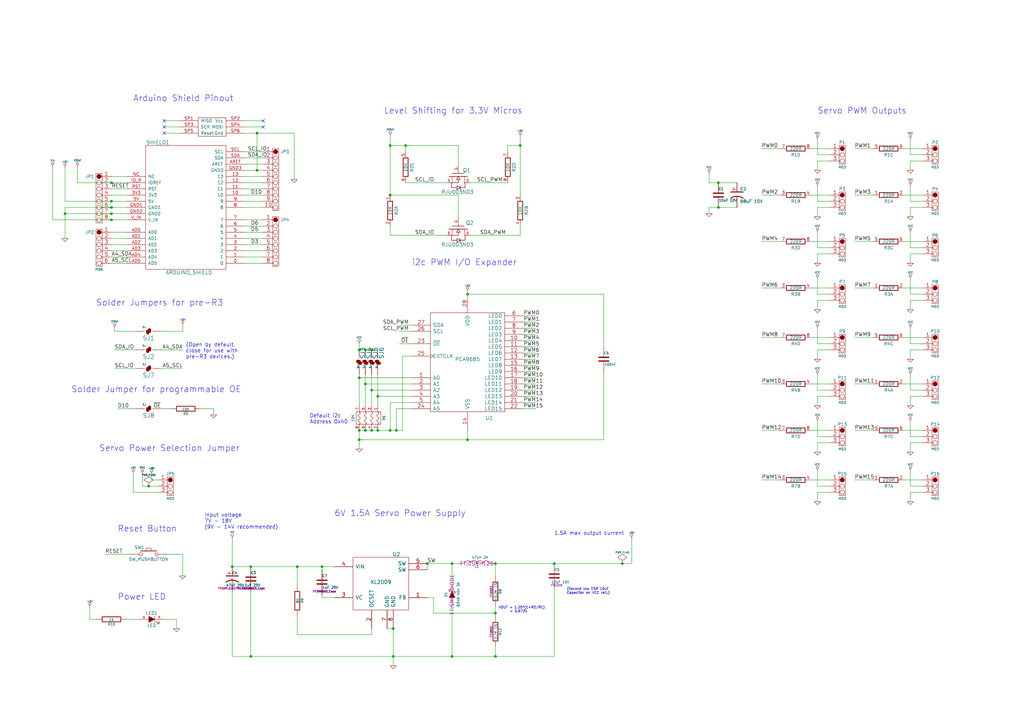
<source format=kicad_sch>
(kicad_sch (version 20230121) (generator eeschema)
  (paper "A3")
  (title_block (title "ServoShield") (date "Tue 25 Nov 2014") (rev "V1.1") (comment 1 "Licensed under TAPR Open Hardware License") (comment 2 "Copyright (C) 2014 Freetronics Pty Ltd"))
  (junction (at 149.86 157.48))
  (junction (at 152.4 176.53))
  (junction (at 102.87 269.24))
  (junction (at 45.72 85.09))
  (junction (at 45.72 82.55))
  (junction (at 149.86 143.51))
  (junction (at 152.4 143.51))
  (junction (at 45.72 74.93))
  (junction (at 45.72 90.17))
  (junction (at 161.29 269.24))
  (junction (at 152.4 160.02))
  (junction (at 60.96 199.39))
  (junction (at 294.64 85.09))
  (junction (at 175.26 231.14))
  (junction (at 147.32 176.53))
  (junction (at 294.64 74.93))
  (junction (at 160.02 80.01))
  (junction (at 132.08 232.41))
  (junction (at 149.86 176.53))
  (junction (at 203.2 251.46))
  (junction (at 213.36 59.69))
  (junction (at 185.42 231.14))
  (junction (at 45.72 87.63))
  (junction (at 147.32 180.34))
  (junction (at 95.25 232.41))
  (junction (at 26.67 87.63))
  (junction (at 102.87 232.41))
  (junction (at 121.92 232.41))
  (junction (at 147.32 154.94))
  (junction (at 162.56 176.53))
  (junction (at 203.2 231.14))
  (junction (at 161.29 257.81))
  (junction (at 160.02 176.53))
  (junction (at 147.32 143.51))
  (junction (at 191.77 120.65))
  (junction (at 191.77 180.34))
  (junction (at 166.37 59.69))
  (junction (at 227.33 231.14))
  (junction (at 255.27 231.14))
  (junction (at 154.94 162.56))
  (junction (at 154.94 176.53))
  (junction (at 105.41 69.85))
  (junction (at 105.41 54.61))
  (junction (at 185.42 269.24))
  (junction (at 203.2 269.24))
  (junction (at 160.02 59.69))
  (no_connect (at 67.31 52.07))
  (no_connect (at 67.31 49.53))
  (no_connect (at 107.95 49.53))
  (no_connect (at 67.31 54.61))
  (no_connect (at 107.95 52.07))
  (wire (pts (xy 335.28 57.15) (xy 335.28 63.5)))
  (wire (pts (xy 373.38 95.25) (xy 373.38 101.6)))
  (wire (pts (xy 100.33 54.61) (xy 105.41 54.61)))
  (wire (pts (xy 193.04 74.93) (xy 208.28 74.93)))
  (wire (pts (xy 26.67 87.63) (xy 45.72 87.63)))
  (wire (pts (xy 105.41 54.61) (xy 120.65 54.61)))
  (wire (pts (xy 55.88 135.89) (xy 46.99 135.89)))
  (wire (pts (xy 193.04 96.52) (xy 213.36 96.52)))
  (wire (pts (xy 335.28 181.61) (xy 335.28 185.42)))
  (wire (pts (xy 132.08 245.11) (xy 137.16 245.11)))
  (wire (pts (xy 191.77 120.65) (xy 191.77 119.38)))
  (wire (pts (xy 332.74 80.01) (xy 340.36 80.01)))
  (wire (pts (xy 373.38 143.51) (xy 373.38 147.32)))
  (wire (pts (xy 26.67 85.09) (xy 45.72 85.09)))
  (wire (pts (xy 52.07 97.79) (xy 45.72 97.79)))
  (wire (pts (xy 373.38 162.56) (xy 373.38 166.37)))
  (wire (pts (xy 335.28 201.93) (xy 335.28 205.74)))
  (wire (pts (xy 147.32 154.94) (xy 147.32 166.37)))
  (wire (pts (xy 95.25 232.41) (xy 95.25 220.98)))
  (wire (pts (xy 100.33 67.31) (xy 107.95 67.31)))
  (wire (pts (xy 52.07 77.47) (xy 45.72 77.47)))
  (wire (pts (xy 168.91 154.94) (xy 147.32 154.94)))
  (wire (pts (xy 152.4 143.51) (xy 154.94 143.51)))
  (wire (pts (xy 168.91 160.02) (xy 152.4 160.02)))
  (wire (pts (xy 161.29 269.24) (xy 161.29 273.05)))
  (wire (pts (xy 378.46 181.61) (xy 373.38 181.61)))
  (wire (pts (xy 87.63 170.18) (xy 87.63 167.64)))
  (wire (pts (xy 60.96 199.39) (xy 64.77 199.39)))
  (wire (pts (xy 320.04 157.48) (xy 312.42 157.48)))
  (wire (pts (xy 26.67 82.55) (xy 26.67 68.58)))
  (wire (pts (xy 373.38 134.62) (xy 373.38 140.97)))
  (wire (pts (xy 294.64 85.09) (xy 302.26 85.09)))
  (wire (pts (xy 370.84 99.06) (xy 378.46 99.06)))
  (wire (pts (xy 100.33 77.47) (xy 107.95 77.47)))
  (wire (pts (xy 373.38 172.72) (xy 373.38 179.07)))
  (wire (pts (xy 46.99 135.89) (xy 46.99 134.62)))
  (wire (pts (xy 320.04 99.06) (xy 312.42 99.06)))
  (wire (pts (xy 219.71 144.78) (xy 214.63 144.78)))
  (wire (pts (xy 378.46 123.19) (xy 373.38 123.19)))
  (wire (pts (xy 165.1 146.05) (xy 168.91 146.05)))
  (wire (pts (xy 219.71 147.32) (xy 214.63 147.32)))
  (wire (pts (xy 214.63 167.64) (xy 219.71 167.64)))
  (wire (pts (xy 55.88 167.64) (xy 48.26 167.64)))
  (wire (pts (xy 66.04 151.13) (xy 74.93 151.13)))
  (wire (pts (xy 152.4 160.02) (xy 152.4 166.37)))
  (wire (pts (xy 175.26 231.14) (xy 175.26 233.68)))
  (wire (pts (xy 121.92 252.73) (xy 121.92 260.35)))
  (wire (pts (xy 100.33 62.23) (xy 107.95 62.23)))
  (wire (pts (xy 95.25 232.41) (xy 102.87 232.41)))
  (wire (pts (xy 187.96 59.69) (xy 187.96 67.31)))
  (wire (pts (xy 358.14 138.43) (xy 350.52 138.43)))
  (wire (pts (xy 358.14 157.48) (xy 350.52 157.48)))
  (wire (pts (xy 335.28 101.6) (xy 340.36 101.6)))
  (wire (pts (xy 54.61 201.93) (xy 64.77 201.93)))
  (wire (pts (xy 203.2 248.92) (xy 203.2 251.46)))
  (wire (pts (xy 26.67 82.55) (xy 45.72 82.55)))
  (wire (pts (xy 373.38 76.2) (xy 373.38 82.55)))
  (wire (pts (xy 214.63 154.94) (xy 219.71 154.94)))
  (wire (pts (xy 214.63 157.48) (xy 219.71 157.48)))
  (wire (pts (xy 320.04 118.11) (xy 312.42 118.11)))
  (wire (pts (xy 100.33 85.09) (xy 107.95 85.09)))
  (wire (pts (xy 219.71 137.16) (xy 214.63 137.16)))
  (wire (pts (xy 203.2 231.14) (xy 227.33 231.14)))
  (wire (pts (xy 320.04 196.85) (xy 312.42 196.85)))
  (wire (pts (xy 370.84 157.48) (xy 378.46 157.48)))
  (wire (pts (xy 100.33 90.17) (xy 107.95 90.17)))
  (wire (pts (xy 175.26 245.11) (xy 177.8 245.11)))
  (wire (pts (xy 21.59 68.58) (xy 21.59 90.17)))
  (wire (pts (xy 58.42 199.39) (xy 58.42 194.31)))
  (wire (pts (xy 154.94 153.67) (xy 154.94 162.56)))
  (wire (pts (xy 335.28 162.56) (xy 335.28 166.37)))
  (wire (pts (xy 335.28 95.25) (xy 335.28 101.6)))
  (wire (pts (xy 149.86 153.67) (xy 149.86 157.48)))
  (wire (pts (xy 152.4 153.67) (xy 152.4 160.02)))
  (wire (pts (xy 290.83 74.93) (xy 290.83 71.12)))
  (wire (pts (xy 340.36 201.93) (xy 335.28 201.93)))
  (wire (pts (xy 162.56 167.64) (xy 162.56 176.53)))
  (wire (pts (xy 332.74 138.43) (xy 340.36 138.43)))
  (wire (pts (xy 54.61 201.93) (xy 54.61 194.31)))
  (wire (pts (xy 378.46 201.93) (xy 373.38 201.93)))
  (wire (pts (xy 55.88 151.13) (xy 46.99 151.13)))
  (wire (pts (xy 95.25 269.24) (xy 102.87 269.24)))
  (wire (pts (xy 219.71 129.54) (xy 214.63 129.54)))
  (wire (pts (xy 320.04 60.96) (xy 312.42 60.96)))
  (wire (pts (xy 31.75 74.93) (xy 45.72 74.93)))
  (wire (pts (xy 208.28 62.23) (xy 208.28 59.69)))
  (wire (pts (xy 105.41 69.85) (xy 107.95 69.85)))
  (wire (pts (xy 335.28 66.04) (xy 335.28 69.85)))
  (wire (pts (xy 177.8 251.46) (xy 203.2 251.46)))
  (wire (pts (xy 62.23 196.85) (xy 62.23 194.31)))
  (wire (pts (xy 259.08 231.14) (xy 259.08 220.98)))
  (wire (pts (xy 36.83 248.92) (xy 36.83 254)))
  (wire (pts (xy 219.71 134.62) (xy 214.63 134.62)))
  (wire (pts (xy 373.38 140.97) (xy 378.46 140.97)))
  (wire (pts (xy 214.63 165.1) (xy 219.71 165.1)))
  (wire (pts (xy 335.28 85.09) (xy 335.28 88.9)))
  (wire (pts (xy 168.91 162.56) (xy 154.94 162.56)))
  (wire (pts (xy 152.4 176.53) (xy 154.94 176.53)))
  (wire (pts (xy 73.66 54.61) (xy 67.31 54.61)))
  (wire (pts (xy 358.14 60.96) (xy 350.52 60.96)))
  (wire (pts (xy 45.72 90.17) (xy 52.07 90.17)))
  (wire (pts (xy 68.58 227.33) (xy 74.93 227.33)))
  (wire (pts (xy 100.33 107.95) (xy 107.95 107.95)))
  (wire (pts (xy 378.46 104.14) (xy 373.38 104.14)))
  (wire (pts (xy 66.04 135.89) (xy 74.93 135.89)))
  (wire (pts (xy 219.71 142.24) (xy 214.63 142.24)))
  (wire (pts (xy 149.86 176.53) (xy 152.4 176.53)))
  (wire (pts (xy 191.77 176.53) (xy 191.77 180.34)))
  (wire (pts (xy 102.87 232.41) (xy 121.92 232.41)))
  (wire (pts (xy 320.04 176.53) (xy 312.42 176.53)))
  (wire (pts (xy 100.33 72.39) (xy 107.95 72.39)))
  (wire (pts (xy 154.94 176.53) (xy 160.02 176.53)))
  (wire (pts (xy 158.75 257.81) (xy 161.29 257.81)))
  (wire (pts (xy 100.33 80.01) (xy 107.95 80.01)))
  (wire (pts (xy 105.41 69.85) (xy 105.41 54.61)))
  (wire (pts (xy 332.74 157.48) (xy 340.36 157.48)))
  (wire (pts (xy 332.74 176.53) (xy 340.36 176.53)))
  (wire (pts (xy 160.02 59.69) (xy 166.37 59.69)))
  (wire (pts (xy 335.28 172.72) (xy 335.28 179.07)))
  (wire (pts (xy 185.42 269.24) (xy 185.42 248.92)))
  (wire (pts (xy 45.72 87.63) (xy 52.07 87.63)))
  (wire (pts (xy 177.8 245.11) (xy 177.8 251.46)))
  (wire (pts (xy 100.33 100.33) (xy 107.95 100.33)))
  (wire (pts (xy 100.33 49.53) (xy 107.95 49.53)))
  (wire (pts (xy 168.91 165.1) (xy 160.02 165.1)))
  (wire (pts (xy 370.84 80.01) (xy 378.46 80.01)))
  (wire (pts (xy 203.2 269.24) (xy 203.2 265.43)))
  (wire (pts (xy 208.28 59.69) (xy 213.36 59.69)))
  (wire (pts (xy 373.38 179.07) (xy 378.46 179.07)))
  (wire (pts (xy 161.29 257.81) (xy 161.29 269.24)))
  (wire (pts (xy 74.93 227.33) (xy 74.93 236.22)))
  (wire (pts (xy 147.32 180.34) (xy 147.32 184.15)))
  (wire (pts (xy 203.2 231.14) (xy 203.2 236.22)))
  (wire (pts (xy 147.32 176.53) (xy 147.32 180.34)))
  (wire (pts (xy 162.56 176.53) (xy 165.1 176.53)))
  (wire (pts (xy 160.02 59.69) (xy 160.02 80.01)))
  (wire (pts (xy 45.72 82.55) (xy 52.07 82.55)))
  (wire (pts (xy 64.77 196.85) (xy 62.23 196.85)))
  (wire (pts (xy 332.74 99.06) (xy 340.36 99.06)))
  (wire (pts (xy 161.29 269.24) (xy 185.42 269.24)))
  (wire (pts (xy 203.2 269.24) (xy 227.33 269.24)))
  (wire (pts (xy 294.64 74.93) (xy 302.26 74.93)))
  (wire (pts (xy 175.26 231.14) (xy 185.42 231.14)))
  (wire (pts (xy 52.07 107.95) (xy 45.72 107.95)))
  (wire (pts (xy 290.83 85.09) (xy 290.83 87.63)))
  (wire (pts (xy 52.07 105.41) (xy 45.72 105.41)))
  (wire (pts (xy 370.84 60.96) (xy 378.46 60.96)))
  (wire (pts (xy 100.33 97.79) (xy 107.95 97.79)))
  (wire (pts (xy 160.02 165.1) (xy 160.02 176.53)))
  (wire (pts (xy 185.42 238.76) (xy 185.42 231.14)))
  (wire (pts (xy 335.28 140.97) (xy 340.36 140.97)))
  (wire (pts (xy 247.65 142.24) (xy 247.65 120.65)))
  (wire (pts (xy 185.42 231.14) (xy 187.96 231.14)))
  (wire (pts (xy 378.46 143.51) (xy 373.38 143.51)))
  (wire (pts (xy 121.92 260.35) (xy 152.4 260.35)))
  (wire (pts (xy 160.02 176.53) (xy 162.56 176.53)))
  (wire (pts (xy 55.88 143.51) (xy 46.99 143.51)))
  (wire (pts (xy 373.38 201.93) (xy 373.38 205.74)))
  (wire (pts (xy 378.46 66.04) (xy 373.38 66.04)))
  (wire (pts (xy 121.92 232.41) (xy 132.08 232.41)))
  (wire (pts (xy 165.1 176.53) (xy 165.1 146.05)))
  (wire (pts (xy 227.33 269.24) (xy 227.33 241.3)))
  (wire (pts (xy 21.59 90.17) (xy 45.72 90.17)))
  (wire (pts (xy 370.84 196.85) (xy 378.46 196.85)))
  (wire (pts (xy 160.02 80.01) (xy 187.96 80.01)))
  (wire (pts (xy 340.36 66.04) (xy 335.28 66.04)))
  (wire (pts (xy 214.63 152.4) (xy 219.71 152.4)))
  (wire (pts (xy 100.33 82.55) (xy 107.95 82.55)))
  (wire (pts (xy 52.07 254) (xy 57.15 254)))
  (wire (pts (xy 58.42 199.39) (xy 60.96 199.39)))
  (wire (pts (xy 335.28 82.55) (xy 340.36 82.55)))
  (wire (pts (xy 72.39 254) (xy 72.39 257.81)))
  (wire (pts (xy 73.66 52.07) (xy 67.31 52.07)))
  (wire (pts (xy 335.28 179.07) (xy 340.36 179.07)))
  (wire (pts (xy 219.71 132.08) (xy 214.63 132.08)))
  (wire (pts (xy 102.87 269.24) (xy 161.29 269.24)))
  (wire (pts (xy 52.07 80.01) (xy 45.72 80.01)))
  (wire (pts (xy 340.36 162.56) (xy 335.28 162.56)))
  (wire (pts (xy 36.83 254) (xy 39.37 254)))
  (wire (pts (xy 358.14 176.53) (xy 350.52 176.53)))
  (wire (pts (xy 335.28 123.19) (xy 335.28 127)))
  (wire (pts (xy 370.84 118.11) (xy 378.46 118.11)))
  (wire (pts (xy 247.65 180.34) (xy 247.65 152.4)))
  (wire (pts (xy 373.38 85.09) (xy 373.38 88.9)))
  (wire (pts (xy 214.63 162.56) (xy 219.71 162.56)))
  (wire (pts (xy 120.65 54.61) (xy 120.65 73.66)))
  (wire (pts (xy 335.28 120.65) (xy 340.36 120.65)))
  (wire (pts (xy 378.46 162.56) (xy 373.38 162.56)))
  (wire (pts (xy 373.38 57.15) (xy 373.38 63.5)))
  (wire (pts (xy 373.38 193.04) (xy 373.38 199.39)))
  (wire (pts (xy 358.14 99.06) (xy 350.52 99.06)))
  (wire (pts (xy 168.91 167.64) (xy 162.56 167.64)))
  (wire (pts (xy 132.08 243.84) (xy 132.08 245.11)))
  (wire (pts (xy 332.74 60.96) (xy 340.36 60.96)))
  (wire (pts (xy 227.33 231.14) (xy 255.27 231.14)))
  (wire (pts (xy 247.65 120.65) (xy 191.77 120.65)))
  (wire (pts (xy 290.83 74.93) (xy 294.64 74.93)))
  (wire (pts (xy 373.38 199.39) (xy 378.46 199.39)))
  (wire (pts (xy 147.32 176.53) (xy 149.86 176.53)))
  (wire (pts (xy 370.84 176.53) (xy 378.46 176.53)))
  (wire (pts (xy 163.83 133.35) (xy 168.91 133.35)))
  (wire (pts (xy 378.46 85.09) (xy 373.38 85.09)))
  (wire (pts (xy 69.85 167.64) (xy 66.04 167.64)))
  (wire (pts (xy 147.32 143.51) (xy 149.86 143.51)))
  (wire (pts (xy 149.86 157.48) (xy 149.86 166.37)))
  (wire (pts (xy 52.07 100.33) (xy 45.72 100.33)))
  (wire (pts (xy 52.07 95.25) (xy 45.72 95.25)))
  (wire (pts (xy 373.38 181.61) (xy 373.38 185.42)))
  (wire (pts (xy 373.38 120.65) (xy 378.46 120.65)))
  (wire (pts (xy 373.38 114.3) (xy 373.38 120.65)))
  (wire (pts (xy 335.28 134.62) (xy 335.28 140.97)))
  (wire (pts (xy 213.36 96.52) (xy 213.36 92.71)))
  (wire (pts (xy 320.04 80.01) (xy 312.42 80.01)))
  (wire (pts (xy 100.33 102.87) (xy 107.95 102.87)))
  (wire (pts (xy 160.02 92.71) (xy 160.02 96.52)))
  (wire (pts (xy 52.07 102.87) (xy 45.72 102.87)))
  (wire (pts (xy 335.28 193.04) (xy 335.28 199.39)))
  (wire (pts (xy 160.02 55.88) (xy 160.02 59.69)))
  (wire (pts (xy 187.96 80.01) (xy 187.96 88.9)))
  (wire (pts (xy 213.36 59.69) (xy 213.36 80.01)))
  (wire (pts (xy 358.14 80.01) (xy 350.52 80.01)))
  (wire (pts (xy 213.36 55.88) (xy 213.36 59.69)))
  (wire (pts (xy 100.33 95.25) (xy 107.95 95.25)))
  (wire (pts (xy 100.33 64.77) (xy 107.95 64.77)))
  (wire (pts (xy 340.36 85.09) (xy 335.28 85.09)))
  (wire (pts (xy 373.38 104.14) (xy 373.38 107.95)))
  (wire (pts (xy 121.92 240.03) (xy 121.92 232.41)))
  (wire (pts (xy 73.66 49.53) (xy 67.31 49.53)))
  (wire (pts (xy 95.25 242.57) (xy 95.25 269.24)))
  (wire (pts (xy 152.4 260.35) (xy 152.4 257.81)))
  (wire (pts (xy 340.36 123.19) (xy 335.28 123.19)))
  (wire (pts (xy 163.83 140.97) (xy 168.91 140.97)))
  (wire (pts (xy 166.37 59.69) (xy 187.96 59.69)))
  (wire (pts (xy 203.2 251.46) (xy 203.2 252.73)))
  (wire (pts (xy 335.28 63.5) (xy 340.36 63.5)))
  (wire (pts (xy 335.28 114.3) (xy 335.28 120.65)))
  (wire (pts (xy 340.36 181.61) (xy 335.28 181.61)))
  (wire (pts (xy 373.38 101.6) (xy 378.46 101.6)))
  (wire (pts (xy 100.33 74.93) (xy 107.95 74.93)))
  (wire (pts (xy 149.86 143.51) (xy 152.4 143.51)))
  (wire (pts (xy 332.74 196.85) (xy 340.36 196.85)))
  (wire (pts (xy 43.18 227.33) (xy 53.34 227.33)))
  (wire (pts (xy 185.42 269.24) (xy 203.2 269.24)))
  (wire (pts (xy 290.83 85.09) (xy 294.64 85.09)))
  (wire (pts (xy 335.28 199.39) (xy 340.36 199.39)))
  (wire (pts (xy 66.04 143.51) (xy 74.93 143.51)))
  (wire (pts (xy 132.08 232.41) (xy 137.16 232.41)))
  (wire (pts (xy 255.27 231.14) (xy 259.08 231.14)))
  (wire (pts (xy 214.63 160.02) (xy 219.71 160.02)))
  (wire (pts (xy 147.32 180.34) (xy 191.77 180.34)))
  (wire (pts (xy 154.94 162.56) (xy 154.94 166.37)))
  (wire (pts (xy 214.63 149.86) (xy 219.71 149.86)))
  (wire (pts (xy 335.28 153.67) (xy 335.28 160.02)))
  (wire (pts (xy 373.38 153.67) (xy 373.38 160.02)))
  (wire (pts (xy 147.32 143.51) (xy 147.32 140.97)))
  (wire (pts (xy 340.36 104.14) (xy 335.28 104.14)))
  (wire (pts (xy 160.02 96.52) (xy 182.88 96.52)))
  (wire (pts (xy 332.74 118.11) (xy 340.36 118.11)))
  (wire (pts (xy 373.38 66.04) (xy 373.38 69.85)))
  (wire (pts (xy 100.33 92.71) (xy 107.95 92.71)))
  (wire (pts (xy 191.77 180.34) (xy 247.65 180.34)))
  (wire (pts (xy 335.28 143.51) (xy 335.28 147.32)))
  (wire (pts (xy 358.14 196.85) (xy 350.52 196.85)))
  (wire (pts (xy 168.91 157.48) (xy 149.86 157.48)))
  (wire (pts (xy 373.38 82.55) (xy 378.46 82.55)))
  (wire (pts (xy 219.71 139.7) (xy 214.63 139.7)))
  (wire (pts (xy 358.14 118.11) (xy 350.52 118.11)))
  (wire (pts (xy 132.08 232.41) (xy 132.08 233.68)))
  (wire (pts (xy 102.87 242.57) (xy 102.87 269.24)))
  (wire (pts (xy 45.72 74.93) (xy 52.07 74.93)))
  (wire (pts (xy 147.32 153.67) (xy 147.32 154.94)))
  (wire (pts (xy 45.72 85.09) (xy 52.07 85.09)))
  (wire (pts (xy 340.36 143.51) (xy 335.28 143.51)))
  (wire (pts (xy 87.63 167.64) (xy 82.55 167.64)))
  (wire (pts (xy 335.28 76.2) (xy 335.28 82.55)))
  (wire (pts (xy 31.75 74.93) (xy 31.75 68.58)))
  (wire (pts (xy 74.93 135.89) (xy 74.93 133.35)))
  (wire (pts (xy 370.84 138.43) (xy 378.46 138.43)))
  (wire (pts (xy 26.67 87.63) (xy 26.67 97.79)))
  (wire (pts (xy 373.38 160.02) (xy 378.46 160.02)))
  (wire (pts (xy 166.37 59.69) (xy 166.37 62.23)))
  (wire (pts (xy 335.28 104.14) (xy 335.28 107.95)))
  (wire (pts (xy 67.31 254) (xy 72.39 254)))
  (wire (pts (xy 373.38 63.5) (xy 378.46 63.5)))
  (wire (pts (xy 166.37 74.93) (xy 182.88 74.93)))
  (wire (pts (xy 163.83 135.89) (xy 168.91 135.89)))
  (wire (pts (xy 100.33 69.85) (xy 105.41 69.85)))
  (wire (pts (xy 335.28 160.02) (xy 340.36 160.02)))
  (wire (pts (xy 320.04 138.43) (xy 312.42 138.43)))
  (wire (pts (xy 100.33 52.07) (xy 107.95 52.07)))
  (wire (pts (xy 26.67 85.09) (xy 26.67 87.63)))
  (wire (pts (xy 100.33 105.41) (xy 107.95 105.41)))
  (wire (pts (xy 52.07 72.39) (xy 45.72 72.39)))
  (wire (pts (xy 373.38 123.19) (xy 373.38 127)))
  (text "Servo PWM Outputs" (at 335.28 46.99 0) (effects (font (size 2.4892 2.4892)) (justify left bottom)))
  (text "VOUT = 1.25*(1+R2/R1)\n      = 5.972V" (at 204.47 251.46 0) (effects (font (size 0.9906 0.9906)) (justify left bottom)))
  (text "Arduino Shield Pinout" (at 54.61 41.91 0) (effects (font (size 2.4892 2.4892)) (justify left bottom)))
  (text "6V 1.5A Servo Power Supply\n" (at 137.16 212.09 0) (effects (font (size 2.4892 2.4892)) (justify left bottom)))
  (text "1.5A max output current\n" (at 227.33 219.71 0) (effects (font (size 1.524 1.524)) (justify left bottom)))
  (text "Level Shifting for 3.3V Micros" (at 157.48 46.99 0) (effects (font (size 2.4892 2.4892)) (justify left bottom)))
  (text "Input voltage\n7V - 18V\n(9V - 14V recommended)" (at 83.82 217.17 0) (effects (font (size 1.524 1.524)) (justify left bottom)))
  (text "i2c PWM I/O Expander" (at 168.91 109.22 0) (effects (font (size 2.4892 2.4892)) (justify left bottom)))
  (text "Solder Jumper for programmable OE" (at 29.21 161.29 0) (effects (font (size 2.4892 2.4892)) (justify left bottom)))
  (text "Servo Power Selection Jumper\n" (at 40.64 185.42 0) (effects (font (size 2.4892 2.4892)) (justify left bottom)))
  (text "(Open by default,\nclose for use with\npre-R3 devices.)" (at 76.2 147.32 0) (effects (font (size 1.524 1.524)) (justify left bottom)))
  (text "(Second low ESR 10uF\nCapacitor on VCC rail.)" (at 232.41 243.84 0) (effects (font (size 0.9906 0.9906)) (justify left bottom)))
  (text "Power LED" (at 48.26 246.38 0) (effects (font (size 2.4892 2.4892)) (justify left bottom)))
  (text "Default i2c\nAddress 0x40" (at 127 173.99 0) (effects (font (size 1.524 1.524)) (justify left bottom)))
  (text "Solder Jumpers for pre-R3" (at 39.37 125.73 0) (effects (font (size 2.4892 2.4892)) (justify left bottom)))
  (text "Reset Button\n" (at 48.26 218.44 0) (effects (font (size 2.4892 2.4892)) (justify left bottom)))
  (label "~{OE}" (at 167.64 140.97 180) (effects (font (size 1.524 1.524))))
  (label "D5" (at 102.87 95.25 0) (effects (font (size 1.524 1.524))))
  (label "PWM11" (at 214.63 157.48 0) (effects (font (size 1.524 1.524))))
  (label "SDA_PWM" (at 167.64 133.35 180) (effects (font (size 1.524 1.524))))
  (label "PWM4" (at 214.63 139.7 0) (effects (font (size 1.524 1.524))))
  (label "SDA_PWM" (at 196.85 96.52 0) (effects (font (size 1.524 1.524))))
  (label "D6" (at 102.87 92.71 0) (effects (font (size 1.524 1.524))))
  (label "PWM7" (at 350.52 118.11 0) (effects (font (size 1.524 1.524))))
  (label "A4_SDA" (at 45.72 105.41 0) (effects (font (size 1.524 1.524))))
  (label "SCL_IO" (at 101.6 62.23 0) (effects (font (size 1.524 1.524))))
  (label "A5_SCL" (at 45.72 107.95 0) (effects (font (size 1.524 1.524))))
  (label "PWM10" (at 214.63 154.94 0) (effects (font (size 1.524 1.524))))
  (label "PWM4" (at 312.42 99.06 0) (effects (font (size 1.524 1.524))))
  (label "D10" (at 102.87 80.01 0) (effects (font (size 1.524 1.524))))
  (label "SW" (at 175.26 231.14 0) (effects (font (size 1.524 1.524))))
  (label "PWM15" (at 214.63 167.64 0) (effects (font (size 1.524 1.524))))
  (label "PWM3" (at 350.52 80.01 0) (effects (font (size 1.524 1.524))))
  (label "PWM0" (at 214.63 129.54 0) (effects (font (size 1.524 1.524))))
  (label "PWM12" (at 214.63 160.02 0) (effects (font (size 1.524 1.524))))
  (label "SCL_IO" (at 46.99 151.13 0) (effects (font (size 1.524 1.524))))
  (label "PWM14" (at 214.63 165.1 0) (effects (font (size 1.524 1.524))))
  (label "PWM11" (at 350.52 157.48 0) (effects (font (size 1.524 1.524))))
  (label "A5_SCL" (at 74.93 151.13 180) (effects (font (size 1.524 1.524))))
  (label "PWM5" (at 350.52 99.06 0) (effects (font (size 1.524 1.524))))
  (label "SCL_PWM" (at 195.58 74.93 0) (effects (font (size 1.524 1.524))))
  (label "PWM14" (at 312.42 196.85 0) (effects (font (size 1.524 1.524))))
  (label "PWM0" (at 312.42 60.96 0) (effects (font (size 1.524 1.524))))
  (label "PWM13" (at 214.63 162.56 0) (effects (font (size 1.524 1.524))))
  (label "PWM10" (at 312.42 157.48 0) (effects (font (size 1.524 1.524))))
  (label "PWM3" (at 214.63 137.16 0) (effects (font (size 1.524 1.524))))
  (label "D3" (at 102.87 100.33 0) (effects (font (size 1.524 1.524))))
  (label "PWM2" (at 312.42 80.01 0) (effects (font (size 1.524 1.524))))
  (label "PWM13" (at 350.52 176.53 0) (effects (font (size 1.524 1.524))))
  (label "PWM2" (at 214.63 134.62 0) (effects (font (size 1.524 1.524))))
  (label "SDA_IO" (at 170.18 96.52 0) (effects (font (size 1.524 1.524))))
  (label "PWM6" (at 214.63 144.78 0) (effects (font (size 1.524 1.524))))
  (label "PWM7" (at 214.63 147.32 0) (effects (font (size 1.524 1.524))))
  (label "PWM8" (at 214.63 149.86 0) (effects (font (size 1.524 1.524))))
  (label "SDA_IO" (at 46.99 143.51 0) (effects (font (size 1.524 1.524))))
  (label "D10" (at 48.26 167.64 0) (effects (font (size 1.524 1.524))))
  (label "PWM15" (at 350.52 196.85 0) (effects (font (size 1.524 1.524))))
  (label "A4_SDA" (at 74.93 143.51 180) (effects (font (size 1.524 1.524))))
  (label "RESET" (at 45.72 77.47 0) (effects (font (size 1.524 1.524))))
  (label "RESET" (at 43.18 227.33 0) (effects (font (size 1.524 1.524))))
  (label "PWM1" (at 214.63 132.08 0) (effects (font (size 1.524 1.524))))
  (label "SDA_IO" (at 101.6 64.77 0) (effects (font (size 1.524 1.524))))
  (label "SCL_PWM" (at 167.64 135.89 180) (effects (font (size 1.524 1.524))))
  (label "PWM9" (at 350.52 138.43 0) (effects (font (size 1.524 1.524))))
  (label "PWM8" (at 312.42 138.43 0) (effects (font (size 1.524 1.524))))
  (label "PWM12" (at 312.42 176.53 0) (effects (font (size 1.524 1.524))))
  (label "SCL_IO" (at 170.18 74.93 0) (effects (font (size 1.524 1.524))))
  (label "PWM1" (at 350.52 60.96 0) (effects (font (size 1.524 1.524))))
  (label "PWM9" (at 214.63 152.4 0) (effects (font (size 1.524 1.524))))
  (label "PWM6" (at 312.42 118.11 0) (effects (font (size 1.524 1.524))))
  (label "PWM5" (at 214.63 142.24 0) (effects (font (size 1.524 1.524))))
  (label "~{OE}" (at 66.04 167.64 180) (effects (font (size 1.524 1.524))))
  (symbol (lib_id "ServoShield-rescue:PCA9685") (at 191.77 148.59 0) (unit 1)
    (property "Reference" "U1" (at 200.66 171.45 0) (effects (font (size 1.524 1.524))))
    (property "Value" "PCA9685" (at 191.77 147.32 0) (effects (font (size 1.524 1.524))))
    (property "Footprint" "FT:SSOP28-4.4MM" (effects hide))
  )
  (symbol (lib_id "ServoShield-rescue:IORef") (at 160.02 55.88 0) (unit 1)
    (property "Reference" "#PWR056" (effects hide))
    (property "Value" "IORef" (at 160.02 53.086 0) (effects (font (size 0.762 0.762))))
  )
  (symbol (lib_id "ServoShield-rescue:RES_PACK4_IND") (at 166.37 68.58 270) (unit 3)
    (property "Reference" "R2" (at 168.91 68.58 0))
    (property "Value" "10K" (at 166.37 68.58 0))
    (property "Footprint" "FT:RES_CAY16" (effects hide))
  )
  (symbol (lib_id "ServoShield-rescue:RES_PACK4_IND") (at 160.02 86.36 270) (unit 1)
    (property "Reference" "R2" (at 162.56 86.36 0))
    (property "Value" "10K" (at 160.02 86.36 0))
    (property "Footprint" "FT:RES_CAY16" (effects hide))
  )
  (symbol (lib_id "ServoShield-rescue:SJ") (at 60.96 167.64 0) (unit 1)
    (property "Reference" "SJ8" (at 58.42 171.45 0) (effects (font (size 1.778 1.778)) (justify left bottom)))
    (property "Value" "SJ" (at 58.42 166.37 0) (effects (font (size 0.762 0.762)) (justify left bottom)))
    (property "Footprint" "FT:SJ_OPEN" (effects hide))
  )
  (symbol (lib_id "ServoShield-rescue:M03") (at 347.98 60.96 0) (unit 1)
    (property "Reference" "P1" (at 345.44 58.42 0))
    (property "Value" "M03" (at 345.44 68.58 0) (effects (font (size 1.016 1.016))))
    (property "Footprint" "FT:1X03" (effects hide))
  )
  (symbol (lib_id "ServoShield-rescue:RES_PACK4_IND") (at 326.39 60.96 0) (unit 4)
    (property "Reference" "R1" (at 326.39 63.5 0))
    (property "Value" "220R" (at 326.39 60.96 0))
    (property "Footprint" "FT:RES_CAY16" (effects hide))
  )
  (symbol (lib_id "ServoShield-rescue:GND") (at 335.28 69.85 0) (unit 1)
    (property "Reference" "#PWR01" (effects hide))
    (property "Value" "GND" (effects hide))
  )
  (symbol (lib_id "ServoShield-rescue:RES_PACK4_IND") (at 208.28 68.58 270) (unit 4)
    (property "Reference" "R2" (at 210.82 68.58 0))
    (property "Value" "10K" (at 208.28 68.58 0))
    (property "Footprint" "FT:RES_CAY16" (effects hide))
  )
  (symbol (lib_id "ServoShield-rescue:RES_PACK4_IND") (at 213.36 86.36 270) (unit 2)
    (property "Reference" "R2" (at 215.9 86.36 0))
    (property "Value" "10K" (at 213.36 86.36 0))
    (property "Footprint" "FT:RES_CAY16" (effects hide))
  )
  (symbol (lib_id "ServoShield-rescue:MOSFET_N") (at 187.96 72.39 270) (unit 1)
    (property "Reference" "Q1" (at 193.04 69.85 90) (effects (font (size 1.524 1.524)) (justify right)))
    (property "Value" "RJU003N03" (at 194.31 78.74 90) (effects (font (size 1.524 1.524)) (justify right)))
    (property "Footprint" "FT:SOT323_MOSFET" (effects hide))
  )
  (symbol (lib_id "ServoShield-rescue:MOSFET_N") (at 187.96 93.98 270) (unit 1)
    (property "Reference" "Q2" (at 194.31 91.44 90) (effects (font (size 1.524 1.524)) (justify right)))
    (property "Value" "RJU003N03" (at 194.31 100.33 90) (effects (font (size 1.524 1.524)) (justify right)))
    (property "Footprint" "FT:SOT323_MOSFET" (effects hide))
  )
  (symbol (lib_id "ServoShield-rescue:SJ") (at 147.32 148.59 90) (unit 1)
    (property "Reference" "SJ3" (at 149.86 147.32 0) (effects (font (size 1.778 1.778)) (justify left bottom)))
    (property "Value" "SJ" (at 147.32 151.13 0) (effects (font (size 0.762 0.762)) (justify left bottom)))
    (property "Footprint" "FT:SJ_OPEN" (effects hide))
  )
  (symbol (lib_id "ServoShield-rescue:SJ") (at 149.86 148.59 90) (unit 1)
    (property "Reference" "SJ4" (at 152.4 147.32 0) (effects (font (size 1.778 1.778)) (justify left bottom)))
    (property "Value" "SJ" (at 149.86 151.13 0) (effects (font (size 0.762 0.762)) (justify left bottom)))
    (property "Footprint" "FT:SJ_OPEN" (effects hide))
  )
  (symbol (lib_id "ServoShield-rescue:SJ") (at 152.4 148.59 90) (unit 1)
    (property "Reference" "SJ5" (at 154.94 147.32 0) (effects (font (size 1.778 1.778)) (justify left bottom)))
    (property "Value" "SJ" (at 152.4 151.13 0) (effects (font (size 0.762 0.762)) (justify left bottom)))
    (property "Footprint" "FT:SJ_OPEN" (effects hide))
  )
  (symbol (lib_id "ServoShield-rescue:SJ") (at 154.94 148.59 90) (unit 1)
    (property "Reference" "SJ6" (at 157.48 147.32 0) (effects (font (size 1.778 1.778)) (justify left bottom)))
    (property "Value" "SJ" (at 154.94 151.13 0) (effects (font (size 0.762 0.762)) (justify left bottom)))
    (property "Footprint" "FT:SJ_OPEN" (effects hide))
  )
  (symbol (lib_id "ServoShield-rescue:GND") (at 147.32 184.15 0) (unit 1)
    (property "Reference" "#PWR02" (effects hide))
    (property "Value" "GND" (effects hide))
  )
  (symbol (lib_id "ServoShield-rescue:RES_PACK4") (at 146.05 171.45 270) (unit 1)
    (property "Reference" "R6" (at 157.48 171.45 0) (effects (font (size 1.016 1.016))))
    (property "Value" "10K" (at 144.78 171.45 0) (effects (font (size 1.016 1.016))))
    (property "Footprint" "FT:RES_CAY16" (effects hide))
  )
  (symbol (lib_id "ServoShield-rescue:VCC") (at 147.32 140.97 0) (unit 1)
    (property "Reference" "#PWR03" (effects hide))
    (property "Value" "VCC" (at 147.32 138.43 0) (effects (font (size 0.762 0.762))))
  )
  (symbol (lib_id "ServoShield-rescue:M03") (at 72.39 196.85 0) (unit 1)
    (property "Reference" "JP5" (at 69.85 194.31 0))
    (property "Value" "M03" (at 69.85 204.47 0) (effects (font (size 1.016 1.016))))
    (property "Footprint" "FT:1X03" (effects hide))
  )
  (symbol (lib_id "ServoShield-rescue:+5V") (at 62.23 194.31 0) (unit 1)
    (property "Reference" "#PWR04" (effects hide))
    (property "Value" "+5V" (at 62.23 192.024 0) (effects (font (size 0.762 0.762))))
  )
  (symbol (lib_id "ServoShield-rescue:VCC") (at 58.42 194.31 0) (unit 1)
    (property "Reference" "#PWR05" (effects hide))
    (property "Value" "VCC" (at 58.42 191.77 0) (effects (font (size 0.762 0.762))))
  )
  (symbol (lib_id "ServoShield-rescue:+6V") (at 54.61 194.31 0) (unit 1)
    (property "Reference" "#PWR06" (effects hide))
    (property "Value" "+6V" (at 54.61 191.77 0) (effects (font (size 0.762 0.762))))
  )
  (symbol (lib_id "ServoShield-rescue:PWR_FLAG") (at 60.96 199.39 0) (unit 1)
    (property "Reference" "#FLG047" (effects hide))
    (property "Value" "PWR_FLAG" (at 60.96 194.818 0) (effects (font (size 0.762 0.762))))
  )
  (symbol (lib_id "ServoShield-rescue:PWR_FLAG") (at 255.27 231.14 0) (unit 1)
    (property "Reference" "#FLG048" (effects hide))
    (property "Value" "PWR_FLAG" (at 255.27 226.568 0) (effects (font (size 0.762 0.762))))
  )
  (symbol (lib_id "ServoShield-rescue:SW_PUSHBUTTON") (at 60.96 227.33 0) (unit 1)
    (property "Reference" "SW1" (at 57.15 224.536 0))
    (property "Value" "SW_PUSHBUTTON" (at 60.96 229.362 0))
    (property "Footprint" "FT:TACTILE_SWITCH_SMD_2PIN_TINY" (effects hide))
  )
  (symbol (lib_id "ServoShield-rescue:GND") (at 74.93 236.22 0) (unit 1)
    (property "Reference" "#PWR049" (effects hide))
    (property "Value" "GND" (effects hide))
  )
  (symbol (lib_id "ServoShield-rescue:ARDUINO_SHIELD") (at 76.2 87.63 0) (unit 1)
    (property "Reference" "SHIELD1" (at 64.77 58.42 0) (effects (font (size 1.524 1.524))))
    (property "Value" "ARDUINO_SHIELD" (at 77.47 111.76 0) (effects (font (size 1.524 1.524))))
    (property "Footprint" "FT:ARDUINO_SHIELD" (effects hide))
  )
  (symbol (lib_id "ServoShield-rescue:M08") (at 115.57 90.17 0) (unit 1)
    (property "Reference" "JP4" (at 116.84 90.17 0))
    (property "Value" "M08" (effects hide))
    (property "Footprint" "FT:1X08" (effects hide))
  )
  (symbol (lib_id "ServoShield-rescue:M10") (at 115.57 62.23 0) (unit 1)
    (property "Reference" "JP3" (at 116.84 62.23 0))
    (property "Value" "M10" (effects hide))
    (property "Footprint" "FT:1X10" (effects hide))
  )
  (symbol (lib_id "ServoShield-rescue:M06") (at 38.1 95.25 0) (mirror y) (unit 1)
    (property "Reference" "JP2" (at 36.83 95.25 0))
    (property "Value" "M06" (at 40.64 110.49 0) (effects (font (size 1.016 1.016))))
    (property "Footprint" "FT:1X06" (effects hide))
  )
  (symbol (lib_id "ServoShield-rescue:M08") (at 38.1 72.39 0) (mirror y) (unit 1)
    (property "Reference" "JP1" (at 36.83 72.39 0))
    (property "Value" "M08" (effects hide))
    (property "Footprint" "FT:1X08" (effects hide))
  )
  (symbol (lib_id "ServoShield-rescue:VCC") (at 335.28 57.15 0) (unit 1)
    (property "Reference" "#PWR07" (effects hide))
    (property "Value" "VCC" (at 335.28 54.61 0) (effects (font (size 0.762 0.762))))
  )
  (symbol (lib_id "ServoShield-rescue:GND") (at 120.65 73.66 0) (unit 1)
    (property "Reference" "#PWR050" (effects hide))
    (property "Value" "GND" (effects hide))
  )
  (symbol (lib_id "ServoShield-rescue:GND") (at 26.67 97.79 0) (unit 1)
    (property "Reference" "#PWR051" (effects hide))
    (property "Value" "GND" (effects hide))
  )
  (symbol (lib_id "ServoShield-rescue:IORef") (at 31.75 68.58 0) (unit 1)
    (property "Reference" "#PWR052" (effects hide))
    (property "Value" "IORef" (at 31.75 65.786 0) (effects (font (size 0.762 0.762))))
  )
  (symbol (lib_id "ServoShield-rescue:+5V") (at 26.67 68.58 0) (unit 1)
    (property "Reference" "#PWR053" (effects hide))
    (property "Value" "+5V" (at 26.67 66.294 0) (effects (font (size 0.762 0.762))))
  )
  (symbol (lib_id "ServoShield-rescue:R") (at 76.2 167.64 270) (unit 1)
    (property "Reference" "R5" (at 76.2 169.672 90) (effects (font (size 1.016 1.016))))
    (property "Value" "10K" (at 76.2254 167.8178 90) (effects (font (size 1.016 1.016))))
    (property "Footprint" "FT:0603" (effects hide))
  )
  (symbol (lib_id "ServoShield-rescue:GND") (at 87.63 170.18 0) (unit 1)
    (property "Reference" "#PWR08" (effects hide))
    (property "Value" "GND" (effects hide))
  )
  (symbol (lib_id "ServoShield-rescue:+5V") (at 191.77 119.38 0) (unit 1)
    (property "Reference" "#PWR09" (effects hide))
    (property "Value" "+5V" (at 191.77 117.094 0) (effects (font (size 0.762 0.762))))
  )
  (symbol (lib_id "ServoShield-rescue:+5V") (at 213.36 55.88 0) (unit 1)
    (property "Reference" "#PWR010" (effects hide))
    (property "Value" "+5V" (at 213.36 53.594 0) (effects (font (size 0.762 0.762))))
  )
  (symbol (lib_id "ServoShield-rescue:VIn") (at 95.25 220.98 0) (unit 1)
    (property "Reference" "#PWR054" (effects hide))
    (property "Value" "VIn" (at 95.25 218.186 0) (effects (font (size 0.762 0.762))))
  )
  (symbol (lib_id "ServoShield-rescue:CAP_POL") (at 302.26 80.01 0) (unit 1)
    (property "Reference" "C2" (at 303.53 77.47 0) (effects (justify left)))
    (property "Value" "68uF 10V" (at 303.53 82.55 0) (effects (justify left)))
    (property "Footprint" "FT:CAP_ELECTRO_SMT_D" (effects hide))
  )
  (symbol (lib_id "ServoShield-rescue:SJ") (at 60.96 135.89 0) (unit 1)
    (property "Reference" "SJ1" (at 58.42 139.7 0) (effects (font (size 1.778 1.778)) (justify left bottom)))
    (property "Value" "SJ" (at 58.42 134.62 0) (effects (font (size 0.762 0.762)) (justify left bottom)))
    (property "Footprint" "FT:SJ_OPEN" (effects hide))
  )
  (symbol (lib_id "ServoShield-rescue:IORef") (at 46.99 134.62 0) (unit 1)
    (property "Reference" "#PWR011" (effects hide))
    (property "Value" "IORef" (at 46.99 131.826 0) (effects (font (size 0.762 0.762))))
  )
  (symbol (lib_id "ServoShield-rescue:+5V") (at 74.93 133.35 0) (unit 1)
    (property "Reference" "#PWR012" (effects hide))
    (property "Value" "+5V" (at 74.93 131.064 0) (effects (font (size 0.762 0.762))))
  )
  (symbol (lib_id "ServoShield-rescue:SJ") (at 60.96 143.51 0) (unit 1)
    (property "Reference" "SJ2" (at 58.42 147.32 0) (effects (font (size 1.778 1.778)) (justify left bottom)))
    (property "Value" "SJ" (at 58.42 142.24 0) (effects (font (size 0.762 0.762)) (justify left bottom)))
    (property "Footprint" "FT:SJ_OPEN" (effects hide))
  )
  (symbol (lib_id "ServoShield-rescue:SJ") (at 60.96 151.13 0) (unit 1)
    (property "Reference" "SJ7" (at 58.42 154.94 0) (effects (font (size 1.778 1.778)) (justify left bottom)))
    (property "Value" "SJ" (at 58.42 149.86 0) (effects (font (size 0.762 0.762)) (justify left bottom)))
    (property "Footprint" "FT:SJ_OPEN" (effects hide))
  )
  (symbol (lib_id "ServoShield-rescue:VIn") (at 21.59 68.58 0) (unit 1)
    (property "Reference" "#PWR055" (effects hide))
    (property "Value" "VIn" (at 21.59 65.786 0) (effects (font (size 0.762 0.762))))
  )
  (symbol (lib_id "ServoShield-rescue:M03") (at 386.08 60.96 0) (unit 1)
    (property "Reference" "P2" (at 383.54 58.42 0))
    (property "Value" "M03" (at 383.54 68.58 0) (effects (font (size 1.016 1.016))))
    (property "Footprint" "FT:1X03" (effects hide))
  )
  (symbol (lib_id "ServoShield-rescue:RES_PACK4_IND") (at 364.49 60.96 0) (unit 3)
    (property "Reference" "R1" (at 364.49 63.5 0))
    (property "Value" "220R" (at 364.49 60.96 0))
    (property "Footprint" "FT:RES_CAY16" (effects hide))
  )
  (symbol (lib_id "ServoShield-rescue:GND") (at 373.38 69.85 0) (unit 1)
    (property "Reference" "#PWR013" (effects hide))
    (property "Value" "GND" (effects hide))
  )
  (symbol (lib_id "ServoShield-rescue:VCC") (at 373.38 57.15 0) (unit 1)
    (property "Reference" "#PWR014" (effects hide))
    (property "Value" "VCC" (at 373.38 54.61 0) (effects (font (size 0.762 0.762))))
  )
  (symbol (lib_id "ServoShield-rescue:M03") (at 347.98 80.01 0) (unit 1)
    (property "Reference" "P3" (at 345.44 77.47 0))
    (property "Value" "M03" (at 345.44 87.63 0) (effects (font (size 1.016 1.016))))
    (property "Footprint" "FT:1X03" (effects hide))
  )
  (symbol (lib_id "ServoShield-rescue:RES_PACK4_IND") (at 326.39 80.01 0) (unit 2)
    (property "Reference" "R1" (at 326.39 82.55 0))
    (property "Value" "220R" (at 326.39 80.01 0))
    (property "Footprint" "FT:RES_CAY16" (effects hide))
  )
  (symbol (lib_id "ServoShield-rescue:GND") (at 335.28 88.9 0) (unit 1)
    (property "Reference" "#PWR015" (effects hide))
    (property "Value" "GND" (effects hide))
  )
  (symbol (lib_id "ServoShield-rescue:VCC") (at 335.28 76.2 0) (unit 1)
    (property "Reference" "#PWR016" (effects hide))
    (property "Value" "VCC" (at 335.28 73.66 0) (effects (font (size 0.762 0.762))))
  )
  (symbol (lib_id "ServoShield-rescue:M03") (at 386.08 80.01 0) (unit 1)
    (property "Reference" "P4" (at 383.54 77.47 0))
    (property "Value" "M03" (at 383.54 87.63 0) (effects (font (size 1.016 1.016))))
    (property "Footprint" "FT:1X03" (effects hide))
  )
  (symbol (lib_id "ServoShield-rescue:RES_PACK4_IND") (at 364.49 80.01 0) (unit 1)
    (property "Reference" "R1" (at 364.49 82.55 0))
    (property "Value" "220R" (at 364.49 80.01 0))
    (property "Footprint" "FT:RES_CAY16" (effects hide))
  )
  (symbol (lib_id "ServoShield-rescue:GND") (at 373.38 88.9 0) (unit 1)
    (property "Reference" "#PWR017" (effects hide))
    (property "Value" "GND" (effects hide))
  )
  (symbol (lib_id "ServoShield-rescue:VCC") (at 373.38 76.2 0) (unit 1)
    (property "Reference" "#PWR018" (effects hide))
    (property "Value" "VCC" (at 373.38 73.66 0) (effects (font (size 0.762 0.762))))
  )
  (symbol (lib_id "ServoShield-rescue:M03") (at 347.98 99.06 0) (unit 1)
    (property "Reference" "P5" (at 345.44 96.52 0))
    (property "Value" "M03" (at 345.44 106.68 0) (effects (font (size 1.016 1.016))))
    (property "Footprint" "FT:1X03" (effects hide))
  )
  (symbol (lib_id "ServoShield-rescue:RES_PACK4_IND") (at 326.39 99.06 0) (unit 4)
    (property "Reference" "R3" (at 326.39 101.6 0))
    (property "Value" "220R" (at 326.39 99.06 0))
    (property "Footprint" "FT:RES_CAY16" (effects hide))
  )
  (symbol (lib_id "ServoShield-rescue:GND") (at 335.28 107.95 0) (unit 1)
    (property "Reference" "#PWR019" (effects hide))
    (property "Value" "GND" (effects hide))
  )
  (symbol (lib_id "ServoShield-rescue:VCC") (at 335.28 95.25 0) (unit 1)
    (property "Reference" "#PWR020" (effects hide))
    (property "Value" "VCC" (at 335.28 92.71 0) (effects (font (size 0.762 0.762))))
  )
  (symbol (lib_id "ServoShield-rescue:M03") (at 386.08 99.06 0) (unit 1)
    (property "Reference" "P6" (at 383.54 96.52 0))
    (property "Value" "M03" (at 383.54 106.68 0) (effects (font (size 1.016 1.016))))
    (property "Footprint" "FT:1X03" (effects hide))
  )
  (symbol (lib_id "ServoShield-rescue:RES_PACK4_IND") (at 364.49 99.06 0) (unit 3)
    (property "Reference" "R3" (at 364.49 101.6 0))
    (property "Value" "220R" (at 364.49 99.06 0))
    (property "Footprint" "FT:RES_CAY16" (effects hide))
  )
  (symbol (lib_id "ServoShield-rescue:GND") (at 373.38 107.95 0) (unit 1)
    (property "Reference" "#PWR021" (effects hide))
    (property "Value" "GND" (effects hide))
  )
  (symbol (lib_id "ServoShield-rescue:VCC") (at 373.38 95.25 0) (unit 1)
    (property "Reference" "#PWR022" (effects hide))
    (property "Value" "VCC" (at 373.38 92.71 0) (effects (font (size 0.762 0.762))))
  )
  (symbol (lib_id "ServoShield-rescue:M03") (at 347.98 118.11 0) (unit 1)
    (property "Reference" "P7" (at 345.44 115.57 0))
    (property "Value" "M03" (at 345.44 125.73 0) (effects (font (size 1.016 1.016))))
    (property "Footprint" "FT:1X03" (effects hide))
  )
  (symbol (lib_id "ServoShield-rescue:RES_PACK4_IND") (at 326.39 118.11 0) (unit 2)
    (property "Reference" "R3" (at 326.39 120.65 0))
    (property "Value" "220R" (at 326.39 118.11 0))
    (property "Footprint" "FT:RES_CAY16" (effects hide))
  )
  (symbol (lib_id "ServoShield-rescue:GND") (at 335.28 127 0) (unit 1)
    (property "Reference" "#PWR023" (effects hide))
    (property "Value" "GND" (effects hide))
  )
  (symbol (lib_id "ServoShield-rescue:VCC") (at 335.28 114.3 0) (unit 1)
    (property "Reference" "#PWR024" (effects hide))
    (property "Value" "VCC" (at 335.28 111.76 0) (effects (font (size 0.762 0.762))))
  )
  (symbol (lib_id "ServoShield-rescue:M03") (at 386.08 118.11 0) (unit 1)
    (property "Reference" "P8" (at 383.54 115.57 0))
    (property "Value" "M03" (at 383.54 125.73 0) (effects (font (size 1.016 1.016))))
    (property "Footprint" "FT:1X03" (effects hide))
  )
  (symbol (lib_id "ServoShield-rescue:RES_PACK4_IND") (at 364.49 118.11 0) (unit 1)
    (property "Reference" "R3" (at 364.49 120.65 0))
    (property "Value" "220R" (at 364.49 118.11 0))
    (property "Footprint" "FT:RES_CAY16" (effects hide))
  )
  (symbol (lib_id "ServoShield-rescue:GND") (at 373.38 127 0) (unit 1)
    (property "Reference" "#PWR025" (effects hide))
    (property "Value" "GND" (effects hide))
  )
  (symbol (lib_id "ServoShield-rescue:VCC") (at 373.38 114.3 0) (unit 1)
    (property "Reference" "#PWR026" (effects hide))
    (property "Value" "VCC" (at 373.38 111.76 0) (effects (font (size 0.762 0.762))))
  )
  (symbol (lib_id "ServoShield-rescue:M03") (at 347.98 138.43 0) (unit 1)
    (property "Reference" "P9" (at 345.44 135.89 0))
    (property "Value" "M03" (at 345.44 146.05 0) (effects (font (size 1.016 1.016))))
    (property "Footprint" "FT:1X03" (effects hide))
  )
  (symbol (lib_id "ServoShield-rescue:RES_PACK4_IND") (at 326.39 138.43 0) (unit 4)
    (property "Reference" "R4" (at 326.39 140.97 0))
    (property "Value" "220R" (at 326.39 138.43 0))
    (property "Footprint" "FT:RES_CAY16" (effects hide))
  )
  (symbol (lib_id "ServoShield-rescue:GND") (at 335.28 147.32 0) (unit 1)
    (property "Reference" "#PWR027" (effects hide))
    (property "Value" "GND" (effects hide))
  )
  (symbol (lib_id "ServoShield-rescue:VCC") (at 335.28 134.62 0) (unit 1)
    (property "Reference" "#PWR028" (effects hide))
    (property "Value" "VCC" (at 335.28 132.08 0) (effects (font (size 0.762 0.762))))
  )
  (symbol (lib_id "ServoShield-rescue:M03") (at 386.08 138.43 0) (unit 1)
    (property "Reference" "P10" (at 383.54 135.89 0))
    (property "Value" "M03" (at 383.54 146.05 0) (effects (font (size 1.016 1.016))))
    (property "Footprint" "FT:1X03" (effects hide))
  )
  (symbol (lib_id "ServoShield-rescue:RES_PACK4_IND") (at 364.49 138.43 0) (unit 3)
    (property "Reference" "R4" (at 364.49 140.97 0))
    (property "Value" "220R" (at 364.49 138.43 0))
    (property "Footprint" "FT:RES_CAY16" (effects hide))
  )
  (symbol (lib_id "ServoShield-rescue:GND") (at 373.38 147.32 0) (unit 1)
    (property "Reference" "#PWR029" (effects hide))
    (property "Value" "GND" (effects hide))
  )
  (symbol (lib_id "ServoShield-rescue:VCC") (at 373.38 134.62 0) (unit 1)
    (property "Reference" "#PWR030" (effects hide))
    (property "Value" "VCC" (at 373.38 132.08 0) (effects (font (size 0.762 0.762))))
  )
  (symbol (lib_id "ServoShield-rescue:M03") (at 386.08 157.48 0) (unit 1)
    (property "Reference" "P12" (at 383.54 154.94 0))
    (property "Value" "M03" (at 383.54 165.1 0) (effects (font (size 1.016 1.016))))
    (property "Footprint" "FT:1X03" (effects hide))
  )
  (symbol (lib_id "ServoShield-rescue:RES_PACK4_IND") (at 364.49 157.48 0) (unit 1)
    (property "Reference" "R4" (at 364.49 160.02 0))
    (property "Value" "220R" (at 364.49 157.48 0))
    (property "Footprint" "FT:RES_CAY16" (effects hide))
  )
  (symbol (lib_id "ServoShield-rescue:GND") (at 373.38 166.37 0) (unit 1)
    (property "Reference" "#PWR031" (effects hide))
    (property "Value" "GND" (effects hide))
  )
  (symbol (lib_id "ServoShield-rescue:VCC") (at 373.38 153.67 0) (unit 1)
    (property "Reference" "#PWR032" (effects hide))
    (property "Value" "VCC" (at 373.38 151.13 0) (effects (font (size 0.762 0.762))))
  )
  (symbol (lib_id "ServoShield-rescue:M03") (at 347.98 176.53 0) (unit 1)
    (property "Reference" "P13" (at 345.44 173.99 0))
    (property "Value" "M03" (at 345.44 184.15 0) (effects (font (size 1.016 1.016))))
    (property "Footprint" "FT:1X03" (effects hide))
  )
  (symbol (lib_id "ServoShield-rescue:RES_PACK4_IND") (at 326.39 176.53 0) (unit 4)
    (property "Reference" "R7" (at 326.39 179.07 0))
    (property "Value" "220R" (at 326.39 176.53 0))
    (property "Footprint" "FT:RES_CAY16" (effects hide))
  )
  (symbol (lib_id "ServoShield-rescue:GND") (at 335.28 185.42 0) (unit 1)
    (property "Reference" "#PWR033" (effects hide))
    (property "Value" "GND" (effects hide))
  )
  (symbol (lib_id "ServoShield-rescue:VCC") (at 335.28 172.72 0) (unit 1)
    (property "Reference" "#PWR034" (effects hide))
    (property "Value" "VCC" (at 335.28 170.18 0) (effects (font (size 0.762 0.762))))
  )
  (symbol (lib_id "ServoShield-rescue:M03") (at 347.98 196.85 0) (unit 1)
    (property "Reference" "P15" (at 345.44 194.31 0))
    (property "Value" "M03" (at 345.44 204.47 0) (effects (font (size 1.016 1.016))))
    (property "Footprint" "FT:1X03" (effects hide))
  )
  (symbol (lib_id "ServoShield-rescue:RES_PACK4_IND") (at 326.39 196.85 0) (unit 2)
    (property "Reference" "R7" (at 326.39 199.39 0))
    (property "Value" "220R" (at 326.39 196.85 0))
    (property "Footprint" "FT:RES_CAY16" (effects hide))
  )
  (symbol (lib_id "ServoShield-rescue:GND") (at 335.28 205.74 0) (unit 1)
    (property "Reference" "#PWR035" (effects hide))
    (property "Value" "GND" (effects hide))
  )
  (symbol (lib_id "ServoShield-rescue:VCC") (at 335.28 193.04 0) (unit 1)
    (property "Reference" "#PWR036" (effects hide))
    (property "Value" "VCC" (at 335.28 190.5 0) (effects (font (size 0.762 0.762))))
  )
  (symbol (lib_id "ServoShield-rescue:M03") (at 386.08 196.85 0) (unit 1)
    (property "Reference" "P16" (at 383.54 194.31 0))
    (property "Value" "M03" (at 383.54 204.47 0) (effects (font (size 1.016 1.016))))
    (property "Footprint" "FT:1X03" (effects hide))
  )
  (symbol (lib_id "ServoShield-rescue:RES_PACK4_IND") (at 364.49 196.85 0) (unit 1)
    (property "Reference" "R7" (at 364.49 199.39 0))
    (property "Value" "220R" (at 364.49 196.85 0))
    (property "Footprint" "FT:RES_CAY16" (effects hide))
  )
  (symbol (lib_id "ServoShield-rescue:GND") (at 373.38 205.74 0) (unit 1)
    (property "Reference" "#PWR037" (effects hide))
    (property "Value" "GND" (effects hide))
  )
  (symbol (lib_id "ServoShield-rescue:VCC") (at 373.38 193.04 0) (unit 1)
    (property "Reference" "#PWR038" (effects hide))
    (property "Value" "VCC" (at 373.38 190.5 0) (effects (font (size 0.762 0.762))))
  )
  (symbol (lib_id "ServoShield-rescue:M03") (at 347.98 157.48 0) (unit 1)
    (property "Reference" "P11" (at 345.44 154.94 0))
    (property "Value" "M03" (at 345.44 165.1 0) (effects (font (size 1.016 1.016))))
    (property "Footprint" "FT:1X03" (effects hide))
  )
  (symbol (lib_id "ServoShield-rescue:RES_PACK4_IND") (at 326.39 157.48 0) (unit 2)
    (property "Reference" "R4" (at 326.39 160.02 0))
    (property "Value" "220R" (at 326.39 157.48 0))
    (property "Footprint" "FT:RES_CAY16" (effects hide))
  )
  (symbol (lib_id "ServoShield-rescue:GND") (at 335.28 166.37 0) (unit 1)
    (property "Reference" "#PWR039" (effects hide))
    (property "Value" "GND" (effects hide))
  )
  (symbol (lib_id "ServoShield-rescue:VCC") (at 335.28 153.67 0) (unit 1)
    (property "Reference" "#PWR040" (effects hide))
    (property "Value" "VCC" (at 335.28 151.13 0) (effects (font (size 0.762 0.762))))
  )
  (symbol (lib_id "ServoShield-rescue:M03") (at 386.08 176.53 0) (unit 1)
    (property "Reference" "P14" (at 383.54 173.99 0))
    (property "Value" "M03" (at 383.54 184.15 0) (effects (font (size 1.016 1.016))))
    (property "Footprint" "FT:1X03" (effects hide))
  )
  (symbol (lib_id "ServoShield-rescue:RES_PACK4_IND") (at 364.49 176.53 0) (unit 3)
    (property "Reference" "R7" (at 364.49 179.07 0))
    (property "Value" "220R" (at 364.49 176.53 0))
    (property "Footprint" "FT:RES_CAY16" (effects hide))
  )
  (symbol (lib_id "ServoShield-rescue:GND") (at 373.38 185.42 0) (unit 1)
    (property "Reference" "#PWR041" (effects hide))
    (property "Value" "GND" (effects hide))
  )
  (symbol (lib_id "ServoShield-rescue:VCC") (at 373.38 172.72 0) (unit 1)
    (property "Reference" "#PWR042" (effects hide))
    (property "Value" "VCC" (at 373.38 170.18 0) (effects (font (size 0.762 0.762))))
  )
  (symbol (lib_id "ServoShield-rescue:INDUCTOR") (at 195.58 231.14 0) (unit 1)
    (property "Reference" "L1" (at 195.58 232.41 0) (effects (font (size 1.016 1.016))))
    (property "Value" "47uH 2A" (at 196.85 228.6 0) (effects (font (size 1.016 1.016))))
    (property "Footprint" "FT:CDRH125" (at 195.58 231.14 0) (effects (font (size 1.524 1.524))))
    (property "Datasheet" "~" (at 195.58 231.14 0) (effects (font (size 1.524 1.524))))
  )
  (symbol (lib_id "ServoShield-rescue:R") (at 203.2 242.57 0) (unit 1)
    (property "Reference" "R8" (at 205.232 242.57 90) (effects (font (size 1.016 1.016))))
    (property "Value" "10.2K 1%" (at 203.3778 242.5446 90) (effects (font (size 1.016 1.016))))
    (property "Footprint" "FT:0603" (at 201.422 242.57 90) (effects (font (size 0.762 0.762))))
    (property "Datasheet" "~" (at 203.2 242.57 0) (effects (font (size 0.762 0.762))))
  )
  (symbol (lib_id "ServoShield-rescue:R") (at 203.2 259.08 0) (unit 1)
    (property "Reference" "R12" (at 205.232 259.08 90) (effects (font (size 1.016 1.016))))
    (property "Value" "2.7K 1%" (at 203.3778 259.0546 90) (effects (font (size 1.016 1.016))))
    (property "Footprint" "FT:0603" (at 201.422 259.08 90) (effects (font (size 0.762 0.762))))
    (property "Datasheet" "~" (at 203.2 259.08 0) (effects (font (size 0.762 0.762))))
  )
  (symbol (lib_id "ServoShield-rescue:GND") (at 161.29 273.05 0) (unit 1)
    (property "Reference" "#PWR043" (effects hide))
    (property "Value" "GND" (effects hide))
  )
  (symbol (lib_id "ServoShield-rescue:C") (at 227.33 236.22 0) (unit 1)
    (property "Reference" "C5" (at 227.33 233.68 0) (effects (font (size 1.016 1.016)) (justify left)))
    (property "Value" "10uF 10V" (at 226.06 238.76 0) (effects (font (size 1.016 1.016)) (justify left)))
    (property "Footprint" "FT:1210" (at 228.2952 240.03 0) (effects (font (size 0.762 0.762))))
    (property "Datasheet" "~" (at 227.33 236.22 0) (effects (font (size 1.524 1.524))))
  )
  (symbol (lib_id "ServoShield-rescue:C") (at 132.08 238.76 0) (unit 1)
    (property "Reference" "C7" (at 132.08 236.22 0) (effects (font (size 1.016 1.016)) (justify left)))
    (property "Value" "1uF 25V" (at 132.2324 240.919 0) (effects (font (size 1.016 1.016)) (justify left)))
    (property "Footprint" "FT:SM0603_Capa" (at 133.0452 242.57 0) (effects (font (size 0.762 0.762))))
    (property "Datasheet" "~" (at 132.08 238.76 0) (effects (font (size 1.524 1.524))))
  )
  (symbol (lib_id "ServoShield-rescue:CAP_POL") (at 95.25 237.49 0) (unit 1)
    (property "Reference" "C4" (at 95.25 234.95 0) (effects (font (size 1.016 1.016)) (justify left)))
    (property "Value" "47uF 25V" (at 92.71 240.03 0) (effects (font (size 1.016 1.016)) (justify left)))
    (property "Footprint" "FT:CAP_ELECTRO_SMT_D" (at 96.2152 241.3 0) (effects (font (size 0.762 0.762))))
    (property "Datasheet" "~" (at 95.25 237.49 0) (effects (font (size 1.524 1.524))))
  )
  (symbol (lib_id "ServoShield-rescue:DIODE_SCHOTTKY") (at 185.42 243.84 90) (unit 1)
    (property "Reference" "D1" (at 182.88 243.84 0) (effects (font (size 1.016 1.016))))
    (property "Value" "B340 40V 3A" (at 187.96 243.84 0) (effects (font (size 1.016 1.016))))
    (property "Footprint" "FT:SMC-DIODE" (at 185.42 243.84 0) (effects (font (size 1.524 1.524))))
    (property "Datasheet" "~" (at 185.42 243.84 0) (effects (font (size 1.524 1.524))))
  )
  (symbol (lib_id "ServoShield-rescue:+6V") (at 259.08 220.98 0) (unit 1)
    (property "Reference" "#PWR044" (effects hide))
    (property "Value" "+6V" (at 259.08 218.44 0) (effects (font (size 0.762 0.762))))
  )
  (symbol (lib_id "ServoShield-rescue:C") (at 294.64 80.01 0) (unit 1)
    (property "Reference" "C1" (at 294.64 77.47 0) (effects (font (size 1.016 1.016)) (justify left)))
    (property "Value" "10uF 10V" (at 294.7924 82.169 0) (effects (font (size 1.016 1.016)) (justify left)))
    (property "Footprint" "FT:1210" (effects hide))
  )
  (symbol (lib_id "ServoShield-rescue:GND") (at 290.83 87.63 0) (unit 1)
    (property "Reference" "#PWR045" (effects hide))
    (property "Value" "GND" (effects hide))
  )
  (symbol (lib_id "ServoShield-rescue:VCC") (at 290.83 71.12 0) (unit 1)
    (property "Reference" "#PWR046" (effects hide))
    (property "Value" "VCC" (at 290.83 68.58 0) (effects (font (size 0.762 0.762))))
  )
  (symbol (lib_id "ServoShield-rescue:C") (at 102.87 237.49 0) (unit 1)
    (property "Reference" "C3" (at 102.87 234.95 0) (effects (font (size 1.016 1.016)) (justify left)))
    (property "Value" "1uF 25V" (at 100.33 240.03 0) (effects (font (size 1.016 1.016)) (justify left)))
    (property "Footprint" "FT:SM0603_Capa" (at 103.8352 241.3 0) (effects (font (size 0.762 0.762))))
    (property "Datasheet" "~" (at 102.87 237.49 0) (effects (font (size 1.524 1.524))))
  )
  (symbol (lib_id "ServoShield-rescue:XL2009") (at 156.21 238.76 0) (unit 1)
    (property "Reference" "U2" (at 162.56 227.33 0) (effects (font (size 1.524 1.524))))
    (property "Value" "XL2009" (at 156.21 238.76 0) (effects (font (size 1.524 1.524))))
    (property "Footprint" "FT:SO08" (effects hide))
  )
  (symbol (lib_id "ServoShield-rescue:R") (at 121.92 246.38 0) (unit 1)
    (property "Reference" "R9" (at 123.952 246.38 90) (effects (font (size 1.016 1.016))))
    (property "Value" "8K" (at 122.0978 246.3546 90) (effects (font (size 1.016 1.016))))
    (property "Footprint" "FT:0603" (effects hide))
  )
  (symbol (lib_id "ServoShield-rescue:C") (at 247.65 147.32 0) (unit 1)
    (property "Reference" "C6" (at 247.65 144.78 0) (effects (font (size 1.016 1.016)) (justify left)))
    (property "Value" "100nF" (at 247.8024 149.479 0) (effects (font (size 1.016 1.016)) (justify left)))
    (property "Footprint" "FT:SM0603_Capa" (effects hide))
  )
  (symbol (lib_id "ServoShield-rescue:R") (at 45.72 254 270) (unit 1)
    (property "Reference" "R10" (at 45.72 256.032 90) (effects (font (size 1.016 1.016))))
    (property "Value" "1K" (at 45.7454 254.1778 90) (effects (font (size 1.016 1.016))))
    (property "Footprint" "FT:0603" (effects hide))
  )
  (symbol (lib_id "ServoShield-rescue:LED") (at 62.23 254 0) (unit 1)
    (property "Reference" "LED1" (at 62.23 251.46 0))
    (property "Value" "LED" (at 62.23 256.54 0))
    (property "Footprint" "FT:LED-0603" (effects hide))
  )
  (symbol (lib_id "ServoShield-rescue:+5V") (at 36.83 248.92 0) (unit 1)
    (property "Reference" "#PWR057" (effects hide))
    (property "Value" "+5V" (at 36.83 246.634 0) (effects (font (size 0.762 0.762))))
  )
  (symbol (lib_id "ServoShield-rescue:GND") (at 72.39 257.81 0) (unit 1)
    (property "Reference" "#PWR058" (effects hide))
    (property "Value" "GND" (effects hide))
  )
)
</source>
